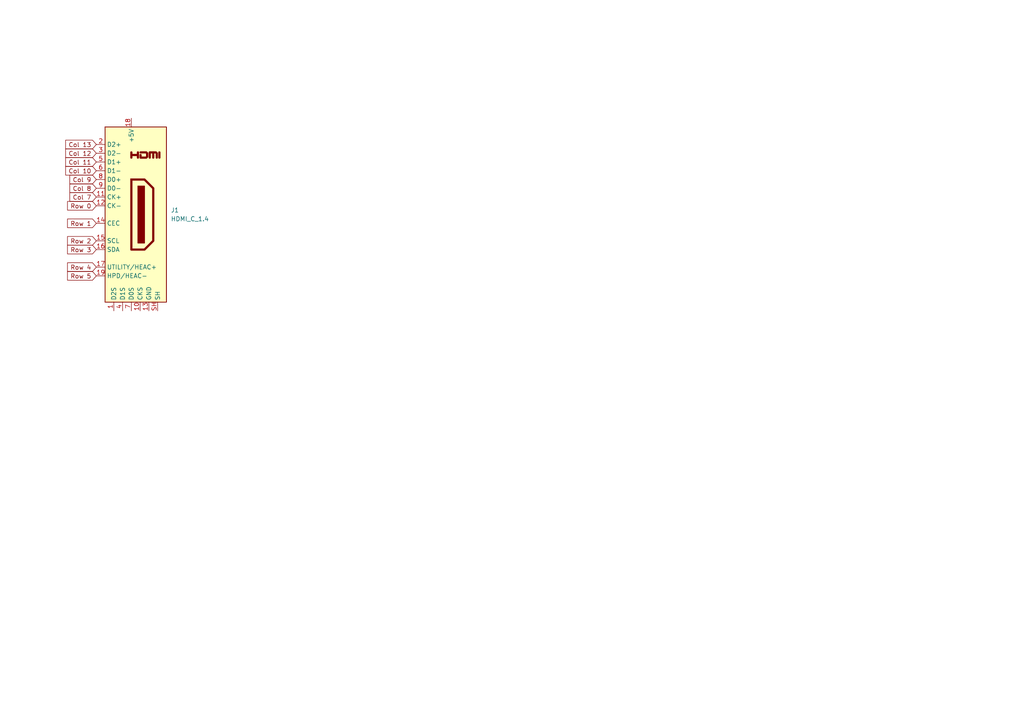
<source format=kicad_sch>
(kicad_sch (version 20231120) (generator "eeschema") (generator_version "8.0")
  (paper "A4")
  (lib_symbols
    (symbol "Connector:HDMI_C_1.4"
      (property "Reference" "J" (at -6.35 26.67 0))
      (property "Value" "HDMI_C_1.4" (at 10.16 26.67 0))
      (symbol "HDMI_C_1.4_0_0"
        (polyline (pts (xy 8.128 16.51) (xy 8.128 18.034)) (stroke (width 0.635)))
        (polyline (pts (xy 0 16.51) (xy 0 18.034) (xy 0 17.272) (xy 1.905 17.272) (xy 1.905 18.034) (xy 1.905 16.51)) (stroke (width 0.635)))
        (polyline (pts (xy 2.667 18.034) (xy 4.318 18.034) (xy 4.572 17.78) (xy 4.572 16.764) (xy 4.318 16.51) (xy 2.667 16.51) (xy 2.667 17.272)) (stroke (width 0.635)))
      )
      (symbol "HDMI_C_1.4_0_1"
        (rectangle (start -7.62 25.4) (end 10.16 -25.4) (stroke (width 0.254)) (fill (type background)))
        (polyline (pts (xy 0 10.16) (xy 3.81 10.16) (xy 6.35 7.62) (xy 6.35 -7.62) (xy 3.81 -10.16) (xy 0 -10.16) (xy 0 10.16)) (stroke (width 0.635)))
        (polyline (pts (xy 5.334 16.51) (xy 5.334 18.034) (xy 6.35 18.034) (xy 6.35 16.51) (xy 6.35 18.034) (xy 7.112 18.034) (xy 7.366 17.78) (xy 7.366 16.51)) (stroke (width 0.635)))
        (rectangle (start 1.905 8.255) (end 3.81 -8.255) (stroke (width 0.254)) (fill (type outline)))
      )
      (symbol "HDMI_C_1.4_1_1"
        (pin power_in line (at -5.08 -27.94 90) (length 2.54) (name "D2S") (number "1"))
        (pin power_in line (at 2.54 -27.94 90) (length 2.54) (name "CKS") (number "10"))
        (pin passive line (at -10.16 5.08 0) (length 2.54) (name "CK+") (number "11"))
        (pin passive line (at -10.16 2.54 0) (length 2.54) (name "CK-") (number "12"))
        (pin power_in line (at 5.08 -27.94 90) (length 2.54) (name "GND") (number "13"))
        (pin bidirectional line (at -10.16 -2.54 0) (length 2.54) (name "CEC") (number "14"))
        (pin passive line (at -10.16 -7.62 0) (length 2.54) (name "SCL") (number "15"))
        (pin bidirectional line (at -10.16 -10.16 0) (length 2.54) (name "SDA") (number "16"))
        (pin passive line (at -10.16 -15.24 0) (length 2.54) (name "UTILITY/HEAC+") (number "17"))
        (pin power_in line (at 0 27.94 270) (length 2.54) (name "+5V") (number "18"))
        (pin passive line (at -10.16 -17.78 0) (length 2.54) (name "HPD/HEAC-") (number "19"))
        (pin passive line (at -10.16 20.32 0) (length 2.54) (name "D2+") (number "2"))
        (pin passive line (at -10.16 17.78 0) (length 2.54) (name "D2-") (number "3"))
        (pin power_in line (at -2.54 -27.94 90) (length 2.54) (name "D1S") (number "4"))
        (pin passive line (at -10.16 15.24 0) (length 2.54) (name "D1+") (number "5"))
        (pin passive line (at -10.16 12.7 0) (length 2.54) (name "D1-") (number "6"))
        (pin power_in line (at 0 -27.94 90) (length 2.54) (name "D0S") (number "7"))
        (pin passive line (at -10.16 10.16 0) (length 2.54) (name "D0+") (number "8"))
        (pin passive line (at -10.16 7.62 0) (length 2.54) (name "D0-") (number "9"))
        (pin passive line (at 7.62 -27.94 90) (length 2.54) (name "SH") (number "SH"))
      )
    )
    (symbol "ScottoKeebs:Placeholder_Diode" (pin_numbers hide) (pin_names hide)
      (property "Reference" "D" (at 0 2.54 0))
      (property "Value" "Diode" (at 0 -2.54 0))
      (symbol "Placeholder_Diode_0_1"
        (polyline (pts (xy -1.27 1.27) (xy -1.27 -1.27)) (stroke (width 0.254)))
        (polyline (pts (xy 1.27 0) (xy -1.27 0)))
        (polyline (pts (xy 1.27 1.27) (xy 1.27 -1.27) (xy -1.27 0) (xy 1.27 1.27)) (stroke (width 0.254)))
      )
      (symbol "Placeholder_Diode_1_1"
        (pin passive line (at -3.81 0 0) (length 2.54) (name "K") (number "1"))
        (pin passive line (at 3.81 0 180) (length 2.54) (name "A") (number "2"))
      )
    )
    (symbol "ScottoKeebs:Placeholder_Keyswitch" (pin_numbers hide) (pin_names (offset 1.016) hide)
      (property "Reference" "S" (at 3.048 1.016 0))
      (property "Value" "Keyswitch" (at 0 -3.81 0))
      (symbol "Placeholder_Keyswitch_0_1"
        (circle (center -1.1684 1.1684) (radius 0.508))
        (polyline (pts (xy -0.508 2.54) (xy 2.54 -0.508)))
        (polyline (pts (xy 1.016 1.016) (xy 2.032 2.032)))
        (polyline (pts (xy -2.54 2.54) (xy -1.524 1.524) (xy -1.524 1.524)))
        (polyline (pts (xy 1.524 -1.524) (xy 2.54 -2.54) (xy 2.54 -2.54) (xy 2.54 -2.54)))
        (circle (center 1.143 -1.1938) (radius 0.508))
        (pin passive line (at -2.54 2.54 0) (length 0) (name "1") (number "1"))
        (pin passive line (at 2.54 -2.54 180) (length 0) (name "2") (number "2"))
      )
    )
  )
  (junction (at -149.86 100.33))
  (junction (at -134.62 128.27))
  (junction (at -120.65 46.99))
  (junction (at -127 100.33))
  (junction (at -138.43 39.37))
  (junction (at -154.94 46.99))
  (junction (at -115.57 59.69))
  (junction (at -109.22 46.99))
  (junction (at -132.08 46.99))
  (junction (at -138.43 80.01))
  (junction (at -166.37 26.67))
  (junction (at -146.05 149.86))
  (junction (at -104.14 59.69))
  (junction (at -177.8 67.31))
  (junction (at -143.51 26.67))
  (junction (at -166.37 67.31))
  (junction (at -123.19 149.86))
  (junction (at -171.45 115.57))
  (junction (at -177.8 26.67))
  (junction (at -132.08 67.31))
  (junction (at -149.86 80.01))
  (junction (at -139.7 115.57))
  (junction (at -143.51 67.31))
  (junction (at -149.86 59.69))
  (junction (at -115.57 80.01))
  (junction (at -138.43 59.69))
  (junction (at -161.29 39.37))
  (junction (at -104.14 39.37))
  (junction (at -104.14 80.01))
  (junction (at -127 59.69))
  (junction (at -161.29 100.33))
  (junction (at -154.94 67.31))
  (junction (at -166.37 128.27))
  (junction (at -154.94 87.63))
  (junction (at -166.37 87.63))
  (junction (at -138.43 100.33))
  (junction (at -132.08 26.67))
  (junction (at -149.86 39.37))
  (junction (at -127 80.01))
  (junction (at -182.88 115.57))
  (junction (at -115.57 39.37))
  (junction (at -120.65 26.67))
  (junction (at -154.94 26.67))
  (junction (at -109.22 67.31))
  (junction (at -166.37 46.99))
  (junction (at -120.65 67.31))
  (junction (at -177.8 46.99))
  (junction (at -143.51 87.63))
  (junction (at -134.62 149.86))
  (junction (at -109.22 26.67))
  (junction (at -161.29 59.69))
  (junction (at -161.29 80.01))
  (junction (at -115.57 100.33))
  (junction (at -132.08 87.63))
  (junction (at -166.37 149.86))
  (junction (at -177.8 87.63))
  (junction (at -143.51 46.99))
  (junction (at -127 39.37))
  (junction (at -104.14 100.33))
  (wire (pts (xy -177.8 128.27) (xy -166.37 128.27)))
  (wire (pts (xy -127 59.69) (xy -115.57 59.69)))
  (wire (pts (xy -154.94 46.99) (xy -154.94 67.31)))
  (wire (pts (xy -138.43 80.01) (xy -127 80.01)))
  (wire (pts (xy -166.37 26.67) (xy -166.37 46.99)))
  (wire (pts (xy -143.51 19.05) (xy -143.51 26.67)))
  (wire (pts (xy -182.88 115.57) (xy -182.88 137.16)))
  (wire (pts (xy -109.22 67.31) (xy -109.22 87.63)))
  (wire (pts (xy -138.43 39.37) (xy -127 39.37)))
  (wire (pts (xy -161.29 100.33) (xy -149.86 100.33)))
  (wire (pts (xy -166.37 67.31) (xy -166.37 87.63)))
  (wire (pts (xy -143.51 115.57) (xy -139.7 115.57)))
  (wire (pts (xy -171.45 87.63) (xy -166.37 87.63)))
  (wire (pts (xy -149.86 100.33) (xy -138.43 100.33)))
  (wire (pts (xy -166.37 128.27) (xy -134.62 128.27)))
  (wire (pts (xy -172.72 39.37) (xy -161.29 39.37)))
  (wire (pts (xy -138.43 100.33) (xy -127 100.33)))
  (wire (pts (xy -143.51 67.31) (xy -143.51 87.63)))
  (wire (pts (xy -132.08 26.67) (xy -132.08 46.99)))
  (wire (pts (xy -104.14 100.33) (xy -95.25 100.33)))
  (wire (pts (xy -95.25 39.37) (xy -104.14 39.37)))
  (wire (pts (xy -172.72 80.01) (xy -161.29 80.01)))
  (wire (pts (xy -104.14 80.01) (xy -95.25 80.01)))
  (wire (pts (xy -149.86 80.01) (xy -138.43 80.01)))
  (wire (pts (xy -115.57 59.69) (xy -104.14 59.69)))
  (wire (pts (xy -115.57 100.33) (xy -104.14 100.33)))
  (wire (pts (xy -177.8 67.31) (xy -177.8 87.63)))
  (wire (pts (xy -128.27 137.16) (xy -128.27 115.57)))
  (wire (pts (xy -95.25 59.69) (xy -104.14 59.69)))
  (wire (pts (xy -128.27 115.57) (xy -132.08 115.57)))
  (wire (pts (xy -161.29 59.69) (xy -149.86 59.69)))
  (wire (pts (xy -138.43 59.69) (xy -127 59.69)))
  (wire (pts (xy -161.29 39.37) (xy -149.86 39.37)))
  (wire (pts (xy -143.51 26.67) (xy -143.51 46.99)))
  (wire (pts (xy -139.7 115.57) (xy -139.7 137.16)))
  (wire (pts (xy -166.37 149.86) (xy -146.05 149.86)))
  (wire (pts (xy -171.45 115.57) (xy -171.45 137.16)))
  (wire (pts (xy -109.22 19.05) (xy -109.22 26.67)))
  (wire (pts (xy -134.62 149.86) (xy -123.19 149.86)))
  (wire (pts (xy -127 39.37) (xy -115.57 39.37)))
  (wire (pts (xy -134.62 128.27) (xy -111.76 128.27)))
  (wire (pts (xy -154.94 19.05) (xy -154.94 26.67)))
  (wire (pts (xy -149.86 39.37) (xy -138.43 39.37)))
  (wire (pts (xy -166.37 46.99) (xy -166.37 67.31)))
  (wire (pts (xy -177.8 19.05) (xy -177.8 26.67)))
  (wire (pts (xy -171.45 87.63) (xy -171.45 115.57)))
  (wire (pts (xy -172.72 59.69) (xy -161.29 59.69)))
  (wire (pts (xy -177.8 46.99) (xy -177.8 67.31)))
  (wire (pts (xy -120.65 19.05) (xy -120.65 26.67)))
  (wire (pts (xy -154.94 67.31) (xy -154.94 87.63)))
  (wire (pts (xy -132.08 67.31) (xy -132.08 87.63)))
  (wire (pts (xy -177.8 149.86) (xy -166.37 149.86)))
  (wire (pts (xy -127 100.33) (xy -115.57 100.33)))
  (wire (pts (xy -172.72 100.33) (xy -161.29 100.33)))
  (wire (pts (xy -115.57 80.01) (xy -104.14 80.01)))
  (wire (pts (xy -132.08 19.05) (xy -132.08 26.67)))
  (wire (pts (xy -143.51 87.63) (xy -143.51 115.57)))
  (wire (pts (xy -132.08 46.99) (xy -132.08 67.31)))
  (wire (pts (xy -161.29 80.01) (xy -149.86 80.01)))
  (wire (pts (xy -146.05 149.86) (xy -134.62 149.86)))
  (wire (pts (xy -109.22 46.99) (xy -109.22 67.31)))
  (wire (pts (xy -127 80.01) (xy -115.57 80.01)))
  (wire (pts (xy -154.94 137.16) (xy -151.13 137.16)))
  (wire (pts (xy -109.22 26.67) (xy -109.22 46.99)))
  (wire (pts (xy -120.65 46.99) (xy -120.65 67.31)))
  (wire (pts (xy -132.08 115.57) (xy -132.08 87.63)))
  (wire (pts (xy -177.8 26.67) (xy -177.8 46.99)))
  (wire (pts (xy -123.19 149.86) (xy -111.76 149.86)))
  (wire (pts (xy -182.88 87.63) (xy -182.88 115.57)))
  (wire (pts (xy -115.57 39.37) (xy -104.14 39.37)))
  (wire (pts (xy -149.86 59.69) (xy -138.43 59.69)))
  (wire (pts (xy -182.88 87.63) (xy -177.8 87.63)))
  (wire (pts (xy -143.51 46.99) (xy -143.51 67.31)))
  (wire (pts (xy -166.37 19.05) (xy -166.37 26.67)))
  (wire (pts (xy -154.94 26.67) (xy -154.94 46.99)))
  (wire (pts (xy -154.94 87.63) (xy -154.94 137.16)))
  (wire (pts (xy -120.65 26.67) (xy -120.65 46.99)))
  (wire (pts (xy -120.65 67.31) (xy -120.65 87.63)))
  (global_label "Row 2" (shape input) (at 27.94 69.85 180) (property "Intersheetrefs" "${INTERSHEET_REFS}" (effects (hide yes))))
  (global_label "Col 11" (shape input) (at 27.94 46.99 180) (property "Intersheetrefs" "${INTERSHEET_REFS}" (effects (hide yes))))
  (global_label "Col 12" (shape input) (at 27.94 44.45 180) (property "Intersheetrefs" "${INTERSHEET_REFS}" (effects (hide yes))))
  (global_label "Row 1" (shape input) (at 27.94 64.77 180) (property "Intersheetrefs" "${INTERSHEET_REFS}" (effects (hide yes))))
  (global_label "Col 11" (shape input) (at -132.08 19.05 90) (property "Intersheetrefs" "${INTERSHEET_REFS}" (effects (hide yes))))
  (global_label "Col 7" (shape input) (at -177.8 19.05 90) (property "Intersheetrefs" "${INTERSHEET_REFS}" (effects (hide yes))))
  (global_label "Row 3" (shape input) (at 27.94 72.39 180) (property "Intersheetrefs" "${INTERSHEET_REFS}" (effects (hide yes))))
  (global_label "Col 12" (shape input) (at -120.65 19.05 90) (property "Intersheetrefs" "${INTERSHEET_REFS}" (effects (hide yes))))
  (global_label "Row 5" (shape input) (at -111.76 149.86 0) (property "Intersheetrefs" "${INTERSHEET_REFS}" (effects (hide yes))))
  (global_label "Row 1" (shape input) (at -95.25 59.69 0) (property "Intersheetrefs" "${INTERSHEET_REFS}" (effects (hide yes))))
  (global_label "Col 13" (shape input) (at -109.22 19.05 90) (property "Intersheetrefs" "${INTERSHEET_REFS}" (effects (hide yes))))
  (global_label "Col 10" (shape input) (at -143.51 19.05 90) (property "Intersheetrefs" "${INTERSHEET_REFS}" (effects (hide yes))))
  (global_label "Row 2" (shape input) (at -95.25 80.01 0) (property "Intersheetrefs" "${INTERSHEET_REFS}" (effects (hide yes))))
  (global_label "Row 0" (shape input) (at -95.25 39.37 0) (property "Intersheetrefs" "${INTERSHEET_REFS}" (effects (hide yes))))
  (global_label "Col 8" (shape input) (at -166.37 19.05 90) (property "Intersheetrefs" "${INTERSHEET_REFS}" (effects (hide yes))))
  (global_label "Row 4" (shape input) (at -111.76 128.27 0) (property "Intersheetrefs" "${INTERSHEET_REFS}" (effects (hide yes))))
  (global_label "Col 8" (shape input) (at 27.94 54.61 180) (property "Intersheetrefs" "${INTERSHEET_REFS}" (effects (hide yes))))
  (global_label "Col 13" (shape input) (at 27.94 41.91 180) (property "Intersheetrefs" "${INTERSHEET_REFS}" (effects (hide yes))))
  (global_label "Col 7" (shape input) (at 27.94 57.15 180) (property "Intersheetrefs" "${INTERSHEET_REFS}" (effects (hide yes))))
  (global_label "Row 4" (shape input) (at 27.94 77.47 180) (property "Intersheetrefs" "${INTERSHEET_REFS}" (effects (hide yes))))
  (global_label "Row 5" (shape input) (at 27.94 80.01 180) (property "Intersheetrefs" "${INTERSHEET_REFS}" (effects (hide yes))))
  (global_label "Col 10" (shape input) (at 27.94 49.53 180) (property "Intersheetrefs" "${INTERSHEET_REFS}" (effects (hide yes))))
  (global_label "Row 0" (shape input) (at 27.94 59.69 180) (property "Intersheetrefs" "${INTERSHEET_REFS}" (effects (hide yes))))
  (global_label "Row 3" (shape input) (at -95.25 100.33 0) (property "Intersheetrefs" "${INTERSHEET_REFS}" (effects (hide yes))))
  (global_label "Col 9" (shape input) (at 27.94 52.07 180) (property "Intersheetrefs" "${INTERSHEET_REFS}" (effects (hide yes))))
  (global_label "Col 9" (shape input) (at -154.94 19.05 90) (property "Intersheetrefs" "${INTERSHEET_REFS}" (effects (hide yes))))
  (symbol (lib_id "ScottoKeebs:Placeholder_Keyswitch") (at -140.97 29.21 0) (unit 1)
    (property "Reference" "S18" (at -140.97 21.59 0))
    (property "Value" "Keyswitch" (at -140.97 24.13 0))
    (property "Footprint" "ScottoKeebs_Hotswap:Hotswap_Choc_V1V2_1.00u" (effects (hide yes)))
    (property "Description" "Push button switch, normally open, two pins, 45° tilted" (effects (hide yes)))
  )
  (symbol (lib_id "ScottoKeebs:Placeholder_Keyswitch") (at -118.11 90.17 0) (unit 1)
    (property "Reference" "S32" (at -118.11 82.55 0))
    (property "Value" "Keyswitch" (at -118.11 85.09 0))
    (property "Footprint" "ScottoKeebs_Hotswap:Hotswap_Choc_V1V2_1.00u" (effects (hide yes)))
    (property "Description" "Push button switch, normally open, two pins, 45° tilted" (effects (hide yes)))
  )
  (symbol (lib_id "ScottoKeebs:Placeholder_Keyswitch") (at -125.73 139.7 0) (unit 1)
    (property "Reference" "S28" (at -125.73 132.08 0))
    (property "Value" "Keyswitch" (at -125.73 134.62 0))
    (property "Footprint" "ScottoKeebs_Hotswap:Hotswap_Choc_V1V2_1.00u" (effects (hide yes)))
    (property "Description" "Push button switch, normally open, two pins, 45° tilted" (effects (hide yes)))
  )
  (symbol (lib_id "ScottoKeebs:Placeholder_Diode") (at -166.37 146.05 90) (unit 1)
    (property "Reference" "D8" (at -163.83 144.7799 90) (effects (justify right)))
    (property "Value" "Diode" (at -163.83 147.3199 90) (effects (justify right)))
    (property "Footprint" "ScottoKeebs_Components:Diode_DO-35" (effects (hide yes)))
    (property "Description" "1N4148 (DO-35) or 1N4148W (SOD-123)" (effects (hide yes)))
    (property "Sim.Device" "D" (effects (hide yes)))
    (property "Sim.Pins" "1=K 2=A" (effects (hide yes)))
  )
  (symbol (lib_id "ScottoKeebs:Placeholder_Diode") (at -123.19 146.05 90) (unit 1)
    (property "Reference" "D28" (at -120.65 144.7799 90) (effects (justify right)))
    (property "Value" "Diode" (at -120.65 147.3199 90) (effects (justify right)))
    (property "Footprint" "ScottoKeebs_Components:Diode_DO-35" (effects (hide yes)))
    (property "Description" "1N4148 (DO-35) or 1N4148W (SOD-123)" (effects (hide yes)))
    (property "Sim.Device" "D" (effects (hide yes)))
    (property "Sim.Pins" "1=K 2=A" (effects (hide yes)))
  )
  (symbol (lib_id "ScottoKeebs:Placeholder_Keyswitch") (at -175.26 29.21 0) (unit 1)
    (property "Reference" "S3" (at -175.26 21.59 0))
    (property "Value" "Keyswitch" (at -175.26 24.13 0))
    (property "Footprint" "ScottoKeebs_Hotswap:Hotswap_Choc_V1V2_1.00u" (effects (hide yes)))
    (property "Description" "Push button switch, normally open, two pins, 45° tilted" (effects (hide yes)))
  )
  (symbol (lib_id "ScottoKeebs:Placeholder_Diode") (at -172.72 35.56 90) (unit 1)
    (property "Reference" "D3" (at -170.18 34.2899 90) (effects (justify right)))
    (property "Value" "Diode" (at -170.18 36.8299 90) (effects (justify right)))
    (property "Footprint" "ScottoKeebs_Components:Diode_DO-35" (effects (hide yes)))
    (property "Description" "1N4148 (DO-35) or 1N4148W (SOD-123)" (effects (hide yes)))
    (property "Sim.Device" "D" (effects (hide yes)))
    (property "Sim.Pins" "1=K 2=A" (effects (hide yes)))
  )
  (symbol (lib_id "ScottoKeebs:Placeholder_Keyswitch") (at -163.83 29.21 0) (unit 1)
    (property "Reference" "S9" (at -163.83 21.844 0))
    (property "Value" "Keyswitch" (at -163.83 24.13 0))
    (property "Footprint" "ScottoKeebs_Hotswap:Hotswap_Choc_V1V2_1.00u" (effects (hide yes)))
    (property "Description" "Push button switch, normally open, two pins, 45° tilted" (effects (hide yes)))
  )
  (symbol (lib_id "ScottoKeebs:Placeholder_Keyswitch") (at -168.91 139.7 0) (unit 1)
    (property "Reference" "S8" (at -168.91 132.08 0))
    (property "Value" "Keyswitch" (at -168.91 134.62 0))
    (property "Footprint" "ScottoKeebs_Hotswap:Hotswap_Choc_V1V2_1.50u_90deg" (effects (hide yes)))
    (property "Description" "Push button switch, normally open, two pins, 45° tilted" (effects (hide yes)))
  )
  (symbol (lib_id "ScottoKeebs:Placeholder_Diode") (at -127 55.88 90) (unit 1)
    (property "Reference" "D25" (at -124.46 54.6099 90) (effects (justify right)))
    (property "Value" "Diode" (at -124.46 57.1499 90) (effects (justify right)))
    (property "Footprint" "ScottoKeebs_Components:Diode_DO-35" (effects (hide yes)))
    (property "Description" "1N4148 (DO-35) or 1N4148W (SOD-123)" (effects (hide yes)))
    (property "Sim.Device" "D" (effects (hide yes)))
    (property "Sim.Pins" "1=K 2=A" (effects (hide yes)))
  )
  (symbol (lib_id "ScottoKeebs:Placeholder_Keyswitch") (at -106.68 49.53 0) (unit 1)
    (property "Reference" "S34" (at -106.68 41.91 0))
    (property "Value" "Keyswitch" (at -106.68 44.45 0))
    (property "Footprint" "ScottoKeebs_Hotswap:Hotswap_Choc_V1V2_1.00u" (effects (hide yes)))
    (property "Description" "Push button switch, normally open, two pins, 45° tilted" (effects (hide yes)))
  )
  (symbol (lib_id "ScottoKeebs:Placeholder_Keyswitch") (at -180.34 139.7 0) (unit 1)
    (property "Reference" "S2" (at -180.34 132.08 0))
    (property "Value" "Keyswitch" (at -180.34 134.62 0))
    (property "Footprint" "ScottoKeebs_Hotswap:Hotswap_Choc_V1V2_1.50u_90deg" (effects (hide yes)))
    (property "Description" "Push button switch, normally open, two pins, 45° tilted" (effects (hide yes)))
  )
  (symbol (lib_id "ScottoKeebs:Placeholder_Keyswitch") (at -118.11 49.53 0) (unit 1)
    (property "Reference" "S30" (at -118.11 41.91 0))
    (property "Value" "Keyswitch" (at -118.11 44.45 0))
    (property "Footprint" "ScottoKeebs_Hotswap:Hotswap_Choc_V1V2_1.00u" (effects (hide yes)))
    (property "Description" "Push button switch, normally open, two pins, 45° tilted" (effects (hide yes)))
  )
  (symbol (lib_id "ScottoKeebs:Placeholder_Keyswitch") (at -118.11 69.85 0) (unit 1)
    (property "Reference" "S31" (at -118.11 62.23 0))
    (property "Value" "Keyswitch" (at -118.11 64.77 0))
    (property "Footprint" "ScottoKeebs_Hotswap:Hotswap_Choc_V1V2_1.00u" (effects (hide yes)))
    (property "Description" "Push button switch, normally open, two pins, 45° tilted" (effects (hide yes)))
  )
  (symbol (lib_id "ScottoKeebs:Placeholder_Diode") (at -134.62 146.05 90) (unit 1)
    (property "Reference" "D23" (at -132.08 144.7799 90) (effects (justify right)))
    (property "Value" "Diode" (at -132.08 147.3199 90) (effects (justify right)))
    (property "Footprint" "ScottoKeebs_Components:Diode_DO-35" (effects (hide yes)))
    (property "Description" "1N4148 (DO-35) or 1N4148W (SOD-123)" (effects (hide yes)))
    (property "Sim.Device" "D" (effects (hide yes)))
    (property "Sim.Pins" "1=K 2=A" (effects (hide yes)))
  )
  (symbol (lib_id "ScottoKeebs:Placeholder_Keyswitch") (at -152.4 69.85 0) (unit 1)
    (property "Reference" "S15" (at -152.4 62.23 0))
    (property "Value" "Keyswitch" (at -152.4 64.77 0))
    (property "Footprint" "ScottoKeebs_Hotswap:Hotswap_Choc_V1V2_1.00u" (effects (hide yes)))
    (property "Description" "Push button switch, normally open, two pins, 45° tilted" (effects (hide yes)))
  )
  (symbol (lib_id "ScottoKeebs:Placeholder_Diode") (at -161.29 55.88 90) (unit 1)
    (property "Reference" "D10" (at -158.75 54.6099 90) (effects (justify right)))
    (property "Value" "Diode" (at -158.75 57.1499 90) (effects (justify right)))
    (property "Footprint" "ScottoKeebs_Components:Diode_DO-35" (effects (hide yes)))
    (property "Description" "1N4148 (DO-35) or 1N4148W (SOD-123)" (effects (hide yes)))
    (property "Sim.Device" "D" (effects (hide yes)))
    (property "Sim.Pins" "1=K 2=A" (effects (hide yes)))
  )
  (symbol (lib_id "ScottoKeebs:Placeholder_Diode") (at -177.8 124.46 90) (unit 1)
    (property "Reference" "D1" (at -175.26 123.1899 90) (effects (justify right)))
    (property "Value" "Diode" (at -175.26 125.7299 90) (effects (justify right)))
    (property "Footprint" "ScottoKeebs_Components:Diode_DO-35" (effects (hide yes)))
    (property "Description" "1N4148 (DO-35) or 1N4148W (SOD-123)" (effects (hide yes)))
    (property "Sim.Device" "D" (effects (hide yes)))
    (property "Sim.Pins" "1=K 2=A" (effects (hide yes)))
  )
  (symbol (lib_id "ScottoKeebs:Placeholder_Diode") (at -172.72 76.2 90) (unit 1)
    (property "Reference" "D5" (at -170.18 74.9299 90) (effects (justify right)))
    (property "Value" "Diode" (at -170.18 77.4699 90) (effects (justify right)))
    (property "Footprint" "ScottoKeebs_Components:Diode_DO-35" (effects (hide yes)))
    (property "Description" "1N4148 (DO-35) or 1N4148W (SOD-123)" (effects (hide yes)))
    (property "Sim.Device" "D" (effects (hide yes)))
    (property "Sim.Pins" "1=K 2=A" (effects (hide yes)))
  )
  (symbol (lib_id "ScottoKeebs:Placeholder_Diode") (at -149.86 76.2 90) (unit 1)
    (property "Reference" "D15" (at -147.32 74.9299 90) (effects (justify right)))
    (property "Value" "Diode" (at -147.32 77.4699 90) (effects (justify right)))
    (property "Footprint" "ScottoKeebs_Components:Diode_DO-35" (effects (hide yes)))
    (property "Description" "1N4148 (DO-35) or 1N4148W (SOD-123)" (effects (hide yes)))
    (property "Sim.Device" "D" (effects (hide yes)))
    (property "Sim.Pins" "1=K 2=A" (effects (hide yes)))
  )
  (symbol (lib_id "ScottoKeebs:Placeholder_Diode") (at -104.14 76.2 90) (unit 1)
    (property "Reference" "D35" (at -101.6 74.9299 90) (effects (justify right)))
    (property "Value" "Diode" (at -101.6 77.4699 90) (effects (justify right)))
    (property "Footprint" "ScottoKeebs_Components:Diode_DO-35" (effects (hide yes)))
    (property "Description" "1N4148 (DO-35) or 1N4148W (SOD-123)" (effects (hide yes)))
    (property "Sim.Device" "D" (effects (hide yes)))
    (property "Sim.Pins" "1=K 2=A" (effects (hide yes)))
  )
  (symbol (lib_id "ScottoKeebs:Placeholder_Keyswitch") (at -148.59 139.7 0) (unit 1)
    (property "Reference" "S17" (at -148.59 132.08 0))
    (property "Value" "Keyswitch" (at -148.59 134.62 0))
    (property "Footprint" "ScottoKeebs_Hotswap:Hotswap_Choc_V1V2_1.00u" (effects (hide yes)))
    (property "Description" "Push button switch, normally open, two pins, 45° tilted" (effects (hide yes)))
  )
  (symbol (lib_id "ScottoKeebs:Placeholder_Diode") (at -115.57 96.52 90) (unit 1)
    (property "Reference" "D32" (at -113.03 95.2499 90) (effects (justify right)))
    (property "Value" "Diode" (at -113.03 97.7899 90) (effects (justify right)))
    (property "Footprint" "ScottoKeebs_Components:Diode_DO-35" (effects (hide yes)))
    (property "Description" "1N4148 (DO-35) or 1N4148W (SOD-123)" (effects (hide yes)))
    (property "Sim.Device" "D" (effects (hide yes)))
    (property "Sim.Pins" "1=K 2=A" (effects (hide yes)))
  )
  (symbol (lib_id "ScottoKeebs:Placeholder_Diode") (at -161.29 96.52 90) (unit 1)
    (property "Reference" "D12" (at -158.75 95.2499 90) (effects (justify right)))
    (property "Value" "Diode" (at -158.75 97.7899 90) (effects (justify right)))
    (property "Footprint" "ScottoKeebs_Components:Diode_DO-35" (effects (hide yes)))
    (property "Description" "1N4148 (DO-35) or 1N4148W (SOD-123)" (effects (hide yes)))
    (property "Sim.Device" "D" (effects (hide yes)))
    (property "Sim.Pins" "1=K 2=A" (effects (hide yes)))
  )
  (symbol (lib_id "ScottoKeebs:Placeholder_Diode") (at -115.57 76.2 90) (unit 1)
    (property "Reference" "D31" (at -113.03 74.9299 90) (effects (justify right)))
    (property "Value" "Diode" (at -113.03 77.4699 90) (effects (justify right)))
    (property "Footprint" "ScottoKeebs_Components:Diode_DO-35" (effects (hide yes)))
    (property "Description" "1N4148 (DO-35) or 1N4148W (SOD-123)" (effects (hide yes)))
    (property "Sim.Device" "D" (effects (hide yes)))
    (property "Sim.Pins" "1=K 2=A" (effects (hide yes)))
  )
  (symbol (lib_id "ScottoKeebs:Placeholder_Diode") (at -149.86 55.88 90) (unit 1)
    (property "Reference" "D14" (at -147.32 54.6099 90) (effects (justify right)))
    (property "Value" "Diode" (at -147.32 57.1499 90) (effects (justify right)))
    (property "Footprint" "ScottoKeebs_Components:Diode_DO-35" (effects (hide yes)))
    (property "Description" "1N4148 (DO-35) or 1N4148W (SOD-123)" (effects (hide yes)))
    (property "Sim.Device" "D" (effects (hide yes)))
    (property "Sim.Pins" "1=K 2=A" (effects (hide yes)))
  )
  (symbol (lib_id "ScottoKeebs:Placeholder_Keyswitch") (at -163.83 69.85 0) (unit 1)
    (property "Reference" "S11" (at -163.83 62.23 0))
    (property "Value" "Keyswitch" (at -163.83 64.77 0))
    (property "Footprint" "ScottoKeebs_Hotswap:Hotswap_Choc_V1V2_1.00u" (effects (hide yes)))
    (property "Description" "Push button switch, normally open, two pins, 45° tilted" (effects (hide yes)))
  )
  (symbol (lib_id "ScottoKeebs:Placeholder_Diode") (at -138.43 35.56 90) (unit 1)
    (property "Reference" "D18" (at -135.89 34.2899 90) (effects (justify right)))
    (property "Value" "Diode" (at -135.89 36.8299 90) (effects (justify right)))
    (property "Footprint" "ScottoKeebs_Components:Diode_DO-35" (effects (hide yes)))
    (property "Description" "1N4148 (DO-35) or 1N4148W (SOD-123)" (effects (hide yes)))
    (property "Sim.Device" "D" (effects (hide yes)))
    (property "Sim.Pins" "1=K 2=A" (effects (hide yes)))
  )
  (symbol (lib_id "ScottoKeebs:Placeholder_Diode") (at -138.43 55.88 90) (unit 1)
    (property "Reference" "D19" (at -135.89 54.6099 90) (effects (justify right)))
    (property "Value" "Diode" (at -135.89 57.1499 90) (effects (justify right)))
    (property "Footprint" "ScottoKeebs_Components:Diode_DO-35" (effects (hide yes)))
    (property "Description" "1N4148 (DO-35) or 1N4148W (SOD-123)" (effects (hide yes)))
    (property "Sim.Device" "D" (effects (hide yes)))
    (property "Sim.Pins" "1=K 2=A" (effects (hide yes)))
  )
  (symbol (lib_id "ScottoKeebs:Placeholder_Keyswitch") (at -175.26 49.53 0) (unit 1)
    (property "Reference" "S4" (at -175.26 41.91 0))
    (property "Value" "Keyswitch" (at -175.26 44.45 0))
    (property "Footprint" "ScottoKeebs_Hotswap:Hotswap_Choc_V1V2_1.00u" (effects (hide yes)))
    (property "Description" "Push button switch, normally open, two pins, 45° tilted" (effects (hide yes)))
  )
  (symbol (lib_id "ScottoKeebs:Placeholder_Keyswitch") (at -152.4 90.17 0) (unit 1)
    (property "Reference" "S16" (at -152.4 82.55 0))
    (property "Value" "Keyswitch" (at -152.4 85.09 0))
    (property "Footprint" "ScottoKeebs_Hotswap:Hotswap_Choc_V1V2_1.00u" (effects (hide yes)))
    (property "Description" "Push button switch, normally open, two pins, 45° tilted" (effects (hide yes)))
  )
  (symbol (lib_id "ScottoKeebs:Placeholder_Keyswitch") (at -152.4 29.21 0) (unit 1)
    (property "Reference" "S13" (at -152.4 21.59 0))
    (property "Value" "Keyswitch" (at -152.4 24.13 0))
    (property "Footprint" "ScottoKeebs_Hotswap:Hotswap_Choc_V1V2_1.00u" (effects (hide yes)))
    (property "Description" "Push button switch, normally open, two pins, 45° tilted" (effects (hide yes)))
  )
  (symbol (lib_id "ScottoKeebs:Placeholder_Diode") (at -127 76.2 90) (unit 1)
    (property "Reference" "D26" (at -124.46 74.9299 90) (effects (justify right)))
    (property "Value" "Diode" (at -124.46 77.4699 90) (effects (justify right)))
    (property "Footprint" "ScottoKeebs_Components:Diode_DO-35" (effects (hide yes)))
    (property "Description" "1N4148 (DO-35) or 1N4148W (SOD-123)" (effects (hide yes)))
    (property "Sim.Device" "D" (effects (hide yes)))
    (property "Sim.Pins" "1=K 2=A" (effects (hide yes)))
  )
  (symbol (lib_id "ScottoKeebs:Placeholder_Keyswitch") (at -137.16 139.7 0) (unit 1)
    (property "Reference" "S23" (at -137.16 132.08 0))
    (property "Value" "Keyswitch" (at -137.16 134.62 0))
    (property "Footprint" "ScottoKeebs_Hotswap:Hotswap_Choc_V1V2_1.00u" (effects (hide yes)))
    (property "Description" "Push button switch, normally open, two pins, 45° tilted" (effects (hide yes)))
  )
  (symbol (lib_id "ScottoKeebs:Placeholder_Diode") (at -172.72 55.88 90) (unit 1)
    (property "Reference" "D4" (at -170.18 54.6099 90) (effects (justify right)))
    (property "Value" "Diode" (at -170.18 57.1499 90) (effects (justify right)))
    (property "Footprint" "ScottoKeebs_Components:Diode_DO-35" (effects (hide yes)))
    (property "Description" "1N4148 (DO-35) or 1N4148W (SOD-123)" (effects (hide yes)))
    (property "Sim.Device" "D" (effects (hide yes)))
    (property "Sim.Pins" "1=K 2=A" (effects (hide yes)))
  )
  (symbol (lib_id "ScottoKeebs:Placeholder_Keyswitch") (at -129.54 69.85 0) (unit 1)
    (property "Reference" "S26" (at -129.54 62.23 0))
    (property "Value" "Keyswitch" (at -129.54 64.77 0))
    (property "Footprint" "ScottoKeebs_Hotswap:Hotswap_Choc_V1V2_1.00u" (effects (hide yes)))
    (property "Description" "Push button switch, normally open, two pins, 45° tilted" (effects (hide yes)))
  )
  (symbol (lib_id "ScottoKeebs:Placeholder_Keyswitch") (at -163.83 49.53 0) (unit 1)
    (property "Reference" "S10" (at -163.83 41.91 0))
    (property "Value" "Keyswitch" (at -163.83 44.45 0))
    (property "Footprint" "ScottoKeebs_Hotswap:Hotswap_Choc_V1V2_1.00u" (effects (hide yes)))
    (property "Description" "Push button switch, normally open, two pins, 45° tilted" (effects (hide yes)))
  )
  (symbol (lib_id "ScottoKeebs:Placeholder_Keyswitch") (at -175.26 69.85 0) (unit 1)
    (property "Reference" "S5" (at -175.26 62.23 0))
    (property "Value" "Keyswitch" (at -175.26 64.77 0))
    (property "Footprint" "ScottoKeebs_Hotswap:Hotswap_Choc_V1V2_1.00u" (effects (hide yes)))
    (property "Description" "Push button switch, normally open, two pins, 45° tilted" (effects (hide yes)))
  )
  (symbol (lib_id "ScottoKeebs:Placeholder_Keyswitch") (at -168.91 118.11 0) (unit 1)
    (property "Reference" "S7" (at -168.91 110.49 0))
    (property "Value" "Keyswitch" (at -168.91 113.03 0))
    (property "Footprint" "ScottoKeebs_Hotswap:Hotswap_Choc_V1V2_1.00u" (effects (hide yes)))
    (property "Description" "Push button switch, normally open, two pins, 45° tilted" (effects (hide yes)))
  )
  (symbol (lib_id "ScottoKeebs:Placeholder_Diode") (at -149.86 96.52 90) (unit 1)
    (property "Reference" "D16" (at -147.32 95.2499 90) (effects (justify right)))
    (property "Value" "Diode" (at -147.32 97.7899 90) (effects (justify right)))
    (property "Footprint" "ScottoKeebs_Components:Diode_DO-35" (effects (hide yes)))
    (property "Description" "1N4148 (DO-35) or 1N4148W (SOD-123)" (effects (hide yes)))
    (property "Sim.Device" "D" (effects (hide yes)))
    (property "Sim.Pins" "1=K 2=A" (effects (hide yes)))
  )
  (symbol (lib_id "ScottoKeebs:Placeholder_Keyswitch") (at -106.68 69.85 0) (unit 1)
    (property "Reference" "S35" (at -106.68 62.23 0))
    (property "Value" "Keyswitch" (at -106.68 64.77 0))
    (property "Footprint" "ScottoKeebs_Hotswap:Hotswap_Choc_V1V2_1.00u" (effects (hide yes)))
    (property "Description" "Push button switch, normally open, two pins, 45° tilted" (effects (hide yes)))
  )
  (symbol (lib_id "ScottoKeebs:Placeholder_Keyswitch") (at -163.83 90.17 0) (unit 1)
    (property "Reference" "S12" (at -163.83 82.55 0))
    (property "Value" "Keyswitch" (at -163.83 85.09 0))
    (property "Footprint" "ScottoKeebs_Hotswap:Hotswap_Choc_V1V2_1.00u" (effects (hide yes)))
    (property "Description" "Push button switch, normally open, two pins, 45° tilted" (effects (hide yes)))
  )
  (symbol (lib_id "ScottoKeebs:Placeholder_Keyswitch") (at -106.68 90.17 0) (unit 1)
    (property "Reference" "S36" (at -106.68 82.55 0))
    (property "Value" "Keyswitch" (at -106.68 85.09 0))
    (property "Footprint" "ScottoKeebs_Hotswap:Hotswap_Choc_V1V2_1.00u" (effects (hide yes)))
    (property "Description" "Push button switch, normally open, two pins, 45° tilted" (effects (hide yes)))
  )
  (symbol (lib_id "ScottoKeebs:Placeholder_Keyswitch") (at -129.54 29.21 0) (unit 1)
    (property "Reference" "S24" (at -129.54 21.59 0))
    (property "Value" "Keyswitch" (at -129.54 24.13 0))
    (property "Footprint" "ScottoKeebs_Hotswap:Hotswap_Choc_V1V2_1.00u" (effects (hide yes)))
    (property "Description" "Push button switch, normally open, two pins, 45° tilted" (effects (hide yes)))
  )
  (symbol (lib_id "ScottoKeebs:Placeholder_Diode") (at -104.14 35.56 90) (unit 1)
    (property "Reference" "D33" (at -101.6 34.2899 90) (effects (justify right)))
    (property "Value" "Diode" (at -101.6 36.8299 90) (effects (justify right)))
    (property "Footprint" "ScottoKeebs_Components:Diode_DO-35" (effects (hide yes)))
    (property "Description" "1N4148 (DO-35) or 1N4148W (SOD-123)" (effects (hide yes)))
    (property "Sim.Device" "D" (effects (hide yes)))
    (property "Sim.Pins" "1=K 2=A" (effects (hide yes)))
  )
  (symbol (lib_id "ScottoKeebs:Placeholder_Keyswitch") (at -152.4 49.53 0) (unit 1)
    (property "Reference" "S14" (at -152.4 41.91 0))
    (property "Value" "Keyswitch" (at -152.4 44.45 0))
    (property "Footprint" "ScottoKeebs_Hotswap:Hotswap_Choc_V1V2_1.00u" (effects (hide yes)))
    (property "Description" "Push button switch, normally open, two pins, 45° tilted" (effects (hide yes)))
  )
  (symbol (lib_id "ScottoKeebs:Placeholder_Diode") (at -149.86 35.56 90) (unit 1)
    (property "Reference" "D13" (at -147.32 34.2899 90) (effects (justify right)))
    (property "Value" "Diode" (at -147.32 36.8299 90) (effects (justify right)))
    (property "Footprint" "ScottoKeebs_Components:Diode_DO-35" (effects (hide yes)))
    (property "Description" "1N4148 (DO-35) or 1N4148W (SOD-123)" (effects (hide yes)))
    (property "Sim.Device" "D" (effects (hide yes)))
    (property "Sim.Pins" "1=K 2=A" (effects (hide yes)))
  )
  (symbol (lib_id "ScottoKeebs:Placeholder_Keyswitch") (at -106.68 29.21 0) (unit 1)
    (property "Reference" "S33" (at -106.68 21.59 0))
    (property "Value" "Keyswitch" (at -106.68 24.13 0))
    (property "Footprint" "ScottoKeebs_Hotswap:Hotswap_Choc_V1V2_1.00u" (effects (hide yes)))
    (property "Description" "Push button switch, normally open, two pins, 45° tilted" (effects (hide yes)))
  )
  (symbol (lib_id "ScottoKeebs:Placeholder_Keyswitch") (at -129.54 49.53 0) (unit 1)
    (property "Reference" "S25" (at -129.54 41.91 0))
    (property "Value" "Keyswitch" (at -129.54 44.45 0))
    (property "Footprint" "ScottoKeebs_Hotswap:Hotswap_Choc_V1V2_1.00u" (effects (hide yes)))
    (property "Description" "Push button switch, normally open, two pins, 45° tilted" (effects (hide yes)))
  )
  (symbol (lib_id "ScottoKeebs:Placeholder_Diode") (at -146.05 146.05 90) (unit 1)
    (property "Reference" "D17" (at -143.51 144.7799 90) (effects (justify right)))
    (property "Value" "Diode" (at -143.51 147.3199 90) (effects (justify right)))
    (property "Footprint" "ScottoKeebs_Components:Diode_DO-35" (effects (hide yes)))
    (property "Description" "1N4148 (DO-35) or 1N4148W (SOD-123)" (effects (hide yes)))
    (property "Sim.Device" "D" (effects (hide yes)))
    (property "Sim.Pins" "1=K 2=A" (effects (hide yes)))
  )
  (symbol (lib_id "ScottoKeebs:Placeholder_Keyswitch") (at -140.97 69.85 0) (unit 1)
    (property "Reference" "S20" (at -140.97 62.23 0))
    (property "Value" "Keyswitch" (at -140.97 64.77 0))
    (property "Footprint" "ScottoKeebs_Hotswap:Hotswap_Choc_V1V2_1.00u" (effects (hide yes)))
    (property "Description" "Push button switch, normally open, two pins, 45° tilted" (effects (hide yes)))
  )
  (symbol (lib_id "ScottoKeebs:Placeholder_Diode") (at -104.14 96.52 90) (unit 1)
    (property "Reference" "D36" (at -101.6 95.2499 90) (effects (justify right)))
    (property "Value" "Diode" (at -101.6 97.7899 90) (effects (justify right)))
    (property "Footprint" "ScottoKeebs_Components:Diode_DO-35" (effects (hide yes)))
    (property "Description" "1N4148 (DO-35) or 1N4148W (SOD-123)" (effects (hide yes)))
    (property "Sim.Device" "D" (effects (hide yes)))
    (property "Sim.Pins" "1=K 2=A" (effects (hide yes)))
  )
  (symbol (lib_id "ScottoKeebs:Placeholder_Diode") (at -115.57 35.56 90) (unit 1)
    (property "Reference" "D29" (at -113.03 34.2899 90) (effects (justify right)))
    (property "Value" "Diode" (at -113.03 36.8299 90) (effects (justify right)))
    (property "Footprint" "ScottoKeebs_Components:Diode_DO-35" (effects (hide yes)))
    (property "Description" "1N4148 (DO-35) or 1N4148W (SOD-123)" (effects (hide yes)))
    (property "Sim.Device" "D" (effects (hide yes)))
    (property "Sim.Pins" "1=K 2=A" (effects (hide yes)))
  )
  (symbol (lib_id "ScottoKeebs:Placeholder_Keyswitch") (at -180.34 118.11 0) (unit 1)
    (property "Reference" "S1" (at -180.34 110.49 0))
    (property "Value" "Keyswitch" (at -180.34 113.03 0))
    (property "Footprint" "ScottoKeebs_Hotswap:Hotswap_Choc_V1V2_1.00u" (effects (hide yes)))
    (property "Description" "Push button switch, normally open, two pins, 45° tilted" (effects (hide yes)))
  )
  (symbol (lib_id "ScottoKeebs:Placeholder_Diode") (at -138.43 96.52 90) (unit 1)
    (property "Reference" "D21" (at -135.89 95.2499 90) (effects (justify right)))
    (property "Value" "Diode" (at -135.89 97.7899 90) (effects (justify right)))
    (property "Footprint" "ScottoKeebs_Components:Diode_DO-35" (effects (hide yes)))
    (property "Description" "1N4148 (DO-35) or 1N4148W (SOD-123)" (effects (hide yes)))
    (property "Sim.Device" "D" (effects (hide yes)))
    (property "Sim.Pins" "1=K 2=A" (effects (hide yes)))
  )
  (symbol (lib_id "Connector:HDMI_C_1.4") (at 38.1 62.23 0) (unit 1)
    (property "Reference" "J1" (at 49.53 60.9599 0) (effects (justify left)))
    (property "Value" "HDMI_C_1.4" (at 49.53 63.4999 0) (effects (justify left)))
    (property "Footprint" "PCM_685119136923:685119136923" (effects (hide yes)))
    (property "Datasheet" "http://pinoutguide.com/PortableDevices/mini_hdmi_pinout.shtml" (effects (hide yes)))
    (property "Description" "HDMI 1.4+ type C connector" (effects (hide yes)))
  )
  (symbol (lib_id "ScottoKeebs:Placeholder_Diode") (at -127 35.56 90) (unit 1)
    (property "Reference" "D24" (at -124.46 34.2899 90) (effects (justify right)))
    (property "Value" "Diode" (at -124.46 36.8299 90) (effects (justify right)))
    (property "Footprint" "ScottoKeebs_Components:Diode_DO-35" (effects (hide yes)))
    (property "Description" "1N4148 (DO-35) or 1N4148W (SOD-123)" (effects (hide yes)))
    (property "Sim.Device" "D" (effects (hide yes)))
    (property "Sim.Pins" "1=K 2=A" (effects (hide yes)))
  )
  (symbol (lib_id "ScottoKeebs:Placeholder_Diode") (at -127 96.52 90) (unit 1)
    (property "Reference" "D27" (at -124.46 95.2499 90) (effects (justify right)))
    (property "Value" "Diode" (at -124.46 97.7899 90) (effects (justify right)))
    (property "Footprint" "ScottoKeebs_Components:Diode_DO-35" (effects (hide yes)))
    (property "Description" "1N4148 (DO-35) or 1N4148W (SOD-123)" (effects (hide yes)))
    (property "Sim.Device" "D" (effects (hide yes)))
    (property "Sim.Pins" "1=K 2=A" (effects (hide yes)))
  )
  (symbol (lib_id "ScottoKeebs:Placeholder_Diode") (at -115.57 55.88 90) (unit 1)
    (property "Reference" "D30" (at -113.03 54.6099 90) (effects (justify right)))
    (property "Value" "Diode" (at -113.03 57.1499 90) (effects (justify right)))
    (property "Footprint" "ScottoKeebs_Components:Diode_DO-35" (effects (hide yes)))
    (property "Description" "1N4148 (DO-35) or 1N4148W (SOD-123)" (effects (hide yes)))
    (property "Sim.Device" "D" (effects (hide yes)))
    (property "Sim.Pins" "1=K 2=A" (effects (hide yes)))
  )
  (symbol (lib_id "ScottoKeebs:Placeholder_Keyswitch") (at -137.16 118.11 0) (unit 1)
    (property "Reference" "S22" (at -137.16 110.49 0))
    (property "Value" "Keyswitch" (at -137.16 113.03 0))
    (property "Footprint" "ScottoKeebs_Hotswap:Hotswap_Choc_V1V2_1.00u" (effects (hide yes)))
    (property "Description" "Push button switch, normally open, two pins, 45° tilted" (effects (hide yes)))
  )
  (symbol (lib_id "ScottoKeebs:Placeholder_Diode") (at -161.29 76.2 90) (unit 1)
    (property "Reference" "D11" (at -158.75 74.9299 90) (effects (justify right)))
    (property "Value" "Diode" (at -158.75 77.4699 90) (effects (justify right)))
    (property "Footprint" "ScottoKeebs_Components:Diode_DO-35" (effects (hide yes)))
    (property "Description" "1N4148 (DO-35) or 1N4148W (SOD-123)" (effects (hide yes)))
    (property "Sim.Device" "D" (effects (hide yes)))
    (property "Sim.Pins" "1=K 2=A" (effects (hide yes)))
  )
  (symbol (lib_id "ScottoKeebs:Placeholder_Diode") (at -172.72 96.52 90) (unit 1)
    (property "Reference" "D6" (at -170.18 95.2499 90) (effects (justify right)))
    (property "Value" "Diode" (at -170.18 97.7899 90) (effects (justify right)))
    (property "Footprint" "ScottoKeebs_Components:Diode_DO-35" (effects (hide yes)))
    (property "Description" "1N4148 (DO-35) or 1N4148W (SOD-123)" (effects (hide yes)))
    (property "Sim.Device" "D" (effects (hide yes)))
    (property "Sim.Pins" "1=K 2=A" (effects (hide yes)))
  )
  (symbol (lib_id "ScottoKeebs:Placeholder_Diode") (at -134.62 124.46 90) (unit 1)
    (property "Reference" "D22" (at -132.08 123.1899 90) (effects (justify right)))
    (property "Value" "Diode" (at -132.08 125.7299 90) (effects (justify right)))
    (property "Footprint" "ScottoKeebs_Components:Diode_DO-35" (effects (hide yes)))
    (property "Description" "1N4148 (DO-35) or 1N4148W (SOD-123)" (effects (hide yes)))
    (property "Sim.Device" "D" (effects (hide yes)))
    (property "Sim.Pins" "1=K 2=A" (effects (hide yes)))
  )
  (symbol (lib_id "ScottoKeebs:Placeholder_Keyswitch") (at -140.97 49.53 0) (unit 1)
    (property "Reference" "S19" (at -140.97 41.91 0))
    (property "Value" "Keyswitch" (at -140.97 44.45 0))
    (property "Footprint" "ScottoKeebs_Hotswap:Hotswap_Choc_V1V2_1.00u" (effects (hide yes)))
    (property "Description" "Push button switch, normally open, two pins, 45° tilted" (effects (hide yes)))
  )
  (symbol (lib_id "ScottoKeebs:Placeholder_Diode") (at -161.29 35.56 90) (unit 1)
    (property "Reference" "D9" (at -158.75 34.2899 90) (effects (justify right)))
    (property "Value" "Diode" (at -158.75 36.8299 90) (effects (justify right)))
    (property "Footprint" "ScottoKeebs_Components:Diode_DO-35" (effects (hide yes)))
    (property "Description" "1N4148 (DO-35) or 1N4148W (SOD-123)" (effects (hide yes)))
    (property "Sim.Device" "D" (effects (hide yes)))
    (property "Sim.Pins" "1=K 2=A" (effects (hide yes)))
  )
  (symbol (lib_id "ScottoKeebs:Placeholder_Diode") (at -177.8 146.05 90) (unit 1)
    (property "Reference" "D2" (at -175.26 144.7799 90) (effects (justify right)))
    (property "Value" "Diode" (at -175.26 147.3199 90) (effects (justify right)))
    (property "Footprint" "ScottoKeebs_Components:Diode_DO-35" (effects (hide yes)))
    (property "Description" "1N4148 (DO-35) or 1N4148W (SOD-123)" (effects (hide yes)))
    (property "Sim.Device" "D" (effects (hide yes)))
    (property "Sim.Pins" "1=K 2=A" (effects (hide yes)))
  )
  (symbol (lib_id "ScottoKeebs:Placeholder_Diode") (at -166.37 124.46 90) (unit 1)
    (property "Reference" "D7" (at -163.83 123.1899 90) (effects (justify right)))
    (property "Value" "Diode" (at -163.83 125.7299 90) (effects (justify right)))
    (property "Footprint" "ScottoKeebs_Components:Diode_DO-35" (effects (hide yes)))
    (property "Description" "1N4148 (DO-35) or 1N4148W (SOD-123)" (effects (hide yes)))
    (property "Sim.Device" "D" (effects (hide yes)))
    (property "Sim.Pins" "1=K 2=A" (effects (hide yes)))
  )
  (symbol (lib_id "ScottoKeebs:Placeholder_Keyswitch") (at -129.54 90.17 0) (unit 1)
    (property "Reference" "S27" (at -129.54 82.55 0))
    (property "Value" "Keyswitch" (at -129.54 85.09 0))
    (property "Footprint" "ScottoKeebs_Hotswap:Hotswap_Choc_V1V2_1.00u" (effects (hide yes)))
    (property "Description" "Push button switch, normally open, two pins, 45° tilted" (effects (hide yes)))
  )
  (symbol (lib_id "ScottoKeebs:Placeholder_Keyswitch") (at -175.26 90.17 0) (unit 1)
    (property "Reference" "S6" (at -175.26 82.55 0))
    (property "Value" "Keyswitch" (at -175.26 85.09 0))
    (property "Footprint" "ScottoKeebs_Hotswap:Hotswap_Choc_V1V2_1.00u" (effects (hide yes)))
    (property "Description" "Push button switch, normally open, two pins, 45° tilted" (effects (hide yes)))
  )
  (symbol (lib_id "ScottoKeebs:Placeholder_Diode") (at -138.43 76.2 90) (unit 1)
    (property "Reference" "D20" (at -135.89 74.9299 90) (effects (justify right)))
    (property "Value" "Diode" (at -135.89 77.4699 90) (effects (justify right)))
    (property "Footprint" "ScottoKeebs_Components:Diode_DO-35" (effects (hide yes)))
    (property "Description" "1N4148 (DO-35) or 1N4148W (SOD-123)" (effects (hide yes)))
    (property "Sim.Device" "D" (effects (hide yes)))
    (property "Sim.Pins" "1=K 2=A" (effects (hide yes)))
  )
  (symbol (lib_id "ScottoKeebs:Placeholder_Keyswitch") (at -118.11 29.21 0) (unit 1)
    (property "Reference" "S29" (at -118.11 21.59 0))
    (property "Value" "Keyswitch" (at -118.11 24.13 0))
    (property "Footprint" "ScottoKeebs_Hotswap:Hotswap_Choc_V1V2_1.00u" (effects (hide yes)))
    (property "Description" "Push button switch, normally open, two pins, 45° tilted" (effects (hide yes)))
  )
  (symbol (lib_id "ScottoKeebs:Placeholder_Keyswitch") (at -140.97 90.17 0) (unit 1)
    (property "Reference" "S21" (at -140.97 82.55 0))
    (property "Value" "Keyswitch" (at -140.97 85.09 0))
    (property "Footprint" "ScottoKeebs_Hotswap:Hotswap_Choc_V1V2_1.00u" (effects (hide yes)))
    (property "Description" "Push button switch, normally open, two pins, 45° tilted" (effects (hide yes)))
  )
  (symbol (lib_id "ScottoKeebs:Placeholder_Diode") (at -104.14 55.88 90) (unit 1)
    (property "Reference" "D34" (at -101.6 54.6099 90) (effects (justify right)))
    (property "Value" "Diode" (at -101.6 57.1499 90) (effects (justify right)))
    (property "Footprint" "ScottoKeebs_Components:Diode_DO-35" (effects (hide yes)))
    (property "Description" "1N4148 (DO-35) or 1N4148W (SOD-123)" (effects (hide yes)))
    (property "Sim.Device" "D" (effects (hide yes)))
    (property "Sim.Pins" "1=K 2=A" (effects (hide yes)))
  )
  (sheet (at -201.295 1.905) (size 161.925 168.91) (stroke (width 0.1524))
    (property "Sheetname" "matrix" (at -201.295 1.1934 0) (effects (justify left bottom)))
    (property "Sheetfile" "matrix.kicad_sch" (at -201.295 171.3996 0) (effects (justify left top)))
  )
)
</source>
